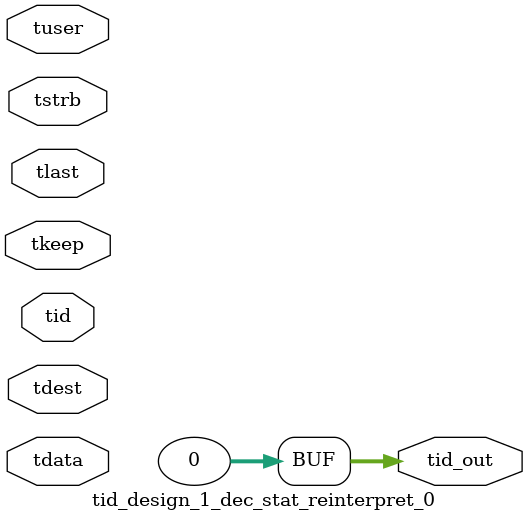
<source format=v>


`timescale 1ps/1ps

module tid_design_1_dec_stat_reinterpret_0 #
(
parameter C_S_AXIS_TID_WIDTH   = 1,
parameter C_S_AXIS_TUSER_WIDTH = 0,
parameter C_S_AXIS_TDATA_WIDTH = 0,
parameter C_S_AXIS_TDEST_WIDTH = 0,
parameter C_M_AXIS_TID_WIDTH   = 32
)
(
input  [(C_S_AXIS_TID_WIDTH   == 0 ? 1 : C_S_AXIS_TID_WIDTH)-1:0       ] tid,
input  [(C_S_AXIS_TDATA_WIDTH == 0 ? 1 : C_S_AXIS_TDATA_WIDTH)-1:0     ] tdata,
input  [(C_S_AXIS_TUSER_WIDTH == 0 ? 1 : C_S_AXIS_TUSER_WIDTH)-1:0     ] tuser,
input  [(C_S_AXIS_TDEST_WIDTH == 0 ? 1 : C_S_AXIS_TDEST_WIDTH)-1:0     ] tdest,
input  [(C_S_AXIS_TDATA_WIDTH/8)-1:0 ] tkeep,
input  [(C_S_AXIS_TDATA_WIDTH/8)-1:0 ] tstrb,
input                                                                    tlast,
output [(C_M_AXIS_TID_WIDTH   == 0 ? 1 : C_M_AXIS_TID_WIDTH)-1:0       ] tid_out
);

assign tid_out = {1'b0};

endmodule


</source>
